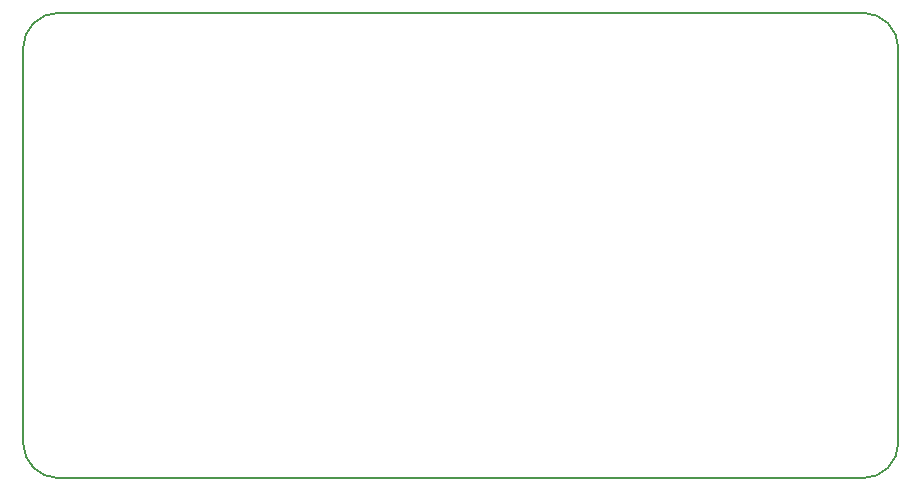
<source format=gko>
G04*
G04 #@! TF.GenerationSoftware,Altium Limited,Altium Designer,20.1.8 (145)*
G04*
G04 Layer_Color=16711935*
%FSLAX25Y25*%
%MOIN*%
G70*
G04*
G04 #@! TF.SameCoordinates,19D57B75-9579-4F69-8231-0EC3C90D2157*
G04*
G04*
G04 #@! TF.FilePolarity,Positive*
G04*
G01*
G75*
%ADD10C,0.00787*%
D10*
X12795Y155709D02*
G03*
X984Y143898I0J-11811D01*
G01*
Y12402D02*
G03*
X12795Y591I11811J0D01*
G01*
X280906D02*
G03*
X292717Y12402I0J11811D01*
G01*
Y143898D02*
G03*
X280906Y155709I-11811J0D01*
G01*
X12795Y591D02*
X280906D01*
X292717Y12402D02*
Y143898D01*
X12795Y155709D02*
X280906D01*
X984Y12402D02*
Y143898D01*
M02*

</source>
